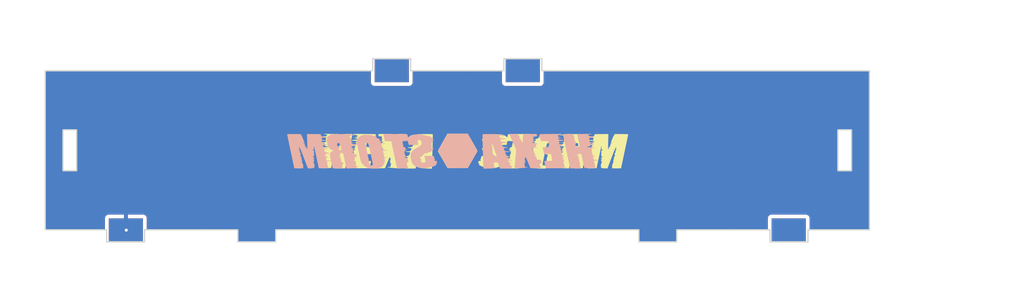
<source format=kicad_pcb>
(kicad_pcb (version 20240108) (generator "pcbnew") (generator_version "8.0")
  (layers (0 "F.Cu" signal) (31 "B.Cu" signal) (34 "B.Paste" user) (35 "F.Paste" user) (36 "B.SilkS" user "B.Silkscreen") (37 "F.SilkS" user "F.Silkscreen") (38 "B.Mask" user) (39 "F.Mask" user) (44 "Edge.Cuts" user))
  (net 0 "")
  (net 1 "GND")
  (footprint "footprints:hexastorm" (layer "F.Cu") (at 156.1145 104.0495)
    (property "Reference" "L1" (hide yes))
    (property "Value" "Logo_Open_Hardware_Large" (hide yes))
  )
  (footprint "footprints:TestPoint_Pad_2.0x2.0mm_nosilk" (layer "F.Cu") (at 197.8145 114.4495)
    (property "Reference" "J2" (hide yes))
    (property "Value" "Conn_01x01")
    (pad "1" smd rect (at 0 0) (size 4.5 3) (layers "F.Cu" "F.Mask"))
    (pad "1" smd rect (at 0 0) (size 4.5 3) (layers "B.Cu" "B.Mask"))
  )
  (footprint "footprints:TestPoint_Pad_2.0x2.0mm_nosilk" (layer "F.Cu") (at 110.4145 114.4495)
    (property "Reference" "J1" (hide yes))
    (property "Value" "Conn_01x01")
    (pad "1" smd rect (at 0 0) (size 4.5 3) (layers "F.Cu" "F.Mask") (net 1 "GND"))
    (pad "1" smd rect (at 0 0) (size 4.5 3) (layers "B.Cu" "B.Mask") (net 1 "GND"))
  )
  (footprint "footprints:TestPoint_Pad_2.0x2.0mm_nosilk" (layer "F.Cu") (at 145.4745 93.4495)
    (property "Reference" "J4" (hide yes))
    (property "Value" "Conn_01x01")
    (pad "1" smd rect (at 0 0) (size 4.5 3) (layers "F.Cu" "F.Mask"))
    (pad "1" smd rect (at 0 0) (size 4.5 3) (layers "B.Cu" "B.Mask"))
  )
  (footprint "footprints:TestPoint_Pad_2.0x2.0mm_nosilk" (layer "F.Cu") (at 162.7545 93.4495)
    (property "Reference" "J3" (hide yes))
    (property "Value" "Conn_01x01")
    (pad "1" smd rect (at 0 0) (size 4.5 3) (layers "F.Cu" "F.Mask"))
    (pad "1" smd rect (at 0 0) (size 4.5 3) (layers "B.Cu" "B.Mask"))
  )
  (footprint "footprints:hexastorm" (layer "B.Cu") (at 152.2145 104.0495 180)
    (property "Reference" "L2" (hide yes))
    (property "Value" "Logo_Open_Hardware_Large" (hide yes))
  )
  (gr_line (start 103.9245 101.2495) (end 103.9245 106.6495) (stroke (width 0.16)) (layer "Edge.Cuts"))
  (gr_line (start 200.3545 114.4495) (end 200.3545 116.0495) (stroke (width 0.16)) (layer "Edge.Cuts"))
  (gr_line (start 120.5745 114.4495) (end 125.1745 114.4495) (stroke (width 0.16)) (layer "Edge.Cuts"))
  (gr_line (start 130.1745 114.4495) (end 130.1745 116.0495) (stroke (width 0.16)) (layer "Edge.Cuts"))
  (gr_line (start 183.0545 114.4495) (end 187.6545 114.4495) (stroke (width 0.16)) (layer "Edge.Cuts"))
  (gr_line (start 142.9645 91.8495) (end 147.9645 91.8495) (stroke (width 0.16)) (layer "Edge.Cuts"))
  (gr_line (start 152.5645 93.4495) (end 155.6645 93.4495) (stroke (width 0.16)) (layer "Edge.Cuts"))
  (gr_line (start 130.1745 114.4495) (end 178.0545 114.4495) (stroke (width 0.16)) (layer "Edge.Cuts"))
  (gr_line (start 190.7545 114.4495) (end 195.3545 114.4495) (stroke (width 0.16)) (layer "Edge.Cuts"))
  (gr_line (start 99.7745 114.4495) (end 99.7745 93.4495) (stroke (width 0.16)) (layer "Edge.Cuts"))
  (gr_line (start 99.7745 114.4495) (end 107.8745 114.4495) (stroke (width 0.16)) (layer "Edge.Cuts"))
  (gr_line (start 107.8745 116.0495) (end 107.8745 114.4495) (stroke (width 0.16)) (layer "Edge.Cuts"))
  (gr_line (start 178.0545 116.0495) (end 178.0545 114.4495) (stroke (width 0.16)) (layer "Edge.Cuts"))
  (gr_line (start 165.2645 91.8495) (end 165.2645 93.4495) (stroke (width 0.16)) (layer "Edge.Cuts"))
  (gr_line (start 200.3545 116.0495) (end 195.3545 116.0495) (stroke (width 0.16)) (layer "Edge.Cuts"))
  (gr_line (start 195.3545 116.0495) (end 195.3545 114.4495) (stroke (width 0.16)) (layer "Edge.Cuts"))
  (gr_line (start 120.5745 114.4495) (end 117.4745 114.4495) (stroke (width 0.16)) (layer "Edge.Cuts"))
  (gr_line (start 112.8745 116.0495) (end 107.8745 116.0495) (stroke (width 0.16)) (layer "Edge.Cuts"))
  (gr_line (start 160.2645 93.4495) (end 160.2645 91.8495) (stroke (width 0.16)) (layer "Edge.Cuts"))
  (gr_line (start 183.0545 114.4495) (end 183.0545 116.0495) (stroke (width 0.16)) (layer "Edge.Cuts"))
  (gr_line (start 208.4545 93.4495) (end 208.4545 114.4495) (stroke (width 0.16)) (layer "Edge.Cuts"))
  (gr_line (start 147.9645 93.4495) (end 152.5645 93.4495) (stroke (width 0.16)) (layer "Edge.Cuts"))
  (gr_line (start 112.8745 114.4495) (end 117.4745 114.4495) (stroke (width 0.16)) (layer "Edge.Cuts"))
  (gr_line (start 206.1045 106.6495) (end 204.3045 106.6495) (stroke (width 0.16)) (layer "Edge.Cuts"))
  (gr_line (start 99.7745 93.4495) (end 142.9645 93.4495) (stroke (width 0.16)) (layer "Edge.Cuts"))
  (gr_line (start 130.1745 116.0495) (end 125.1745 116.0495) (stroke (width 0.16)) (layer "Edge.Cuts"))
  (gr_line (start 183.0545 116.0495) (end 178.0545 116.0495) (stroke (width 0.16)) (layer "Edge.Cuts"))
  (gr_line (start 165.2645 93.4495) (end 208.4545 93.4495) (stroke (width 0.16)) (layer "Edge.Cuts"))
  (gr_line (start 112.8745 114.4495) (end 112.8745 116.0495) (stroke (width 0.16)) (layer "Edge.Cuts"))
  (gr_line (start 204.3045 101.2495) (end 206.1045 101.2495) (stroke (width 0.16)) (layer "Edge.Cuts"))
  (gr_line (start 102.1245 106.6495) (end 102.1245 101.2495) (stroke (width 0.16)) (layer "Edge.Cuts"))
  (gr_line (start 155.6645 93.4495) (end 160.2645 93.4495) (stroke (width 0.16)) (layer "Edge.Cuts"))
  (gr_line (start 160.2645 91.8495) (end 165.2645 91.8495) (stroke (width 0.16)) (layer "Edge.Cuts"))
  (gr_line (start 125.1745 116.0495) (end 125.1745 114.4495) (stroke (width 0.16)) (layer "Edge.Cuts"))
  (gr_line (start 204.3045 106.6495) (end 204.3045 101.2495) (stroke (width 0.16)) (layer "Edge.Cuts"))
  (gr_line (start 103.9245 106.6495) (end 102.1245 106.6495) (stroke (width 0.16)) (layer "Edge.Cuts"))
  (gr_line (start 200.3545 114.4495) (end 208.4545 114.4495) (stroke (width 0.16)) (layer "Edge.Cuts"))
  (gr_line (start 190.7545 114.4495) (end 187.6545 114.4495) (stroke (width 0.16)) (layer "Edge.Cuts"))
  (gr_line (start 102.1245 101.2495) (end 103.9245 101.2495) (stroke (width 0.16)) (layer "Edge.Cuts"))
  (gr_line (start 142.9645 93.4495) (end 142.9645 91.8495) (stroke (width 0.16)) (layer "Edge.Cuts"))
  (gr_line (start 206.1045 101.2495) (end 206.1045 106.6495) (stroke (width 0.16)) (layer "Edge.Cuts"))
  (gr_line (start 147.9645 91.8495) (end 147.9645 93.4495) (stroke (width 0.16)) (layer "Edge.Cuts"))
  (via (at 110.4645 114.4995) (size 0.8) (drill 0.4) (layers "F.Cu" "B.Cu") (net 1))
  (zone (net 1) (net_name "GND") (layers "F&B.Cu") (connect_pads (clearance 0.508)) (min_thickness 0.254) (fill yes (thermal_gap 0.508) (thermal_bridge_width 0.508))
    (polygon (pts (xy 94.5945 124.3815) (xy 94.4145 84.0995) (xy 217.2645 84.1215) (xy 217.0245 121.9615) (xy 148.2145 123.3995)))
  )
)
</source>
